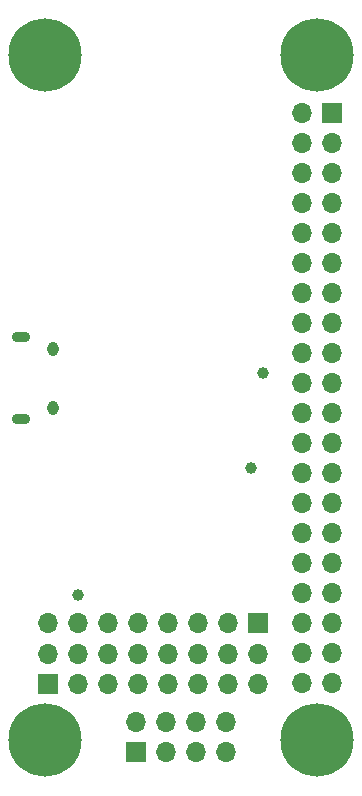
<source format=gbr>
%TF.GenerationSoftware,KiCad,Pcbnew,(6.0.0-0)*%
%TF.CreationDate,2022-10-07T18:10:28-04:00*%
%TF.ProjectId,hermes_v1,6865726d-6573-45f7-9631-2e6b69636164,rev?*%
%TF.SameCoordinates,Original*%
%TF.FileFunction,Soldermask,Bot*%
%TF.FilePolarity,Negative*%
%FSLAX46Y46*%
G04 Gerber Fmt 4.6, Leading zero omitted, Abs format (unit mm)*
G04 Created by KiCad (PCBNEW (6.0.0-0)) date 2022-10-07 18:10:28*
%MOMM*%
%LPD*%
G01*
G04 APERTURE LIST*
%ADD10O,1.550000X0.890000*%
%ADD11O,0.950000X1.250000*%
%ADD12C,6.200000*%
%ADD13R,1.700000X1.700000*%
%ADD14O,1.700000X1.700000*%
%ADD15C,1.000000*%
G04 APERTURE END LIST*
D10*
%TO.C,J2*%
X240950000Y-68925000D03*
X240950000Y-61925000D03*
D11*
X243650000Y-62925000D03*
X243650000Y-67925000D03*
%TD*%
D12*
%TO.C,*%
X243000000Y-38100000D03*
%TD*%
D13*
%TO.C,J3*%
X250700000Y-97100000D03*
D14*
X250700000Y-94560000D03*
X253240000Y-97100000D03*
X253240000Y-94560000D03*
X255780000Y-97100000D03*
X255780000Y-94560000D03*
X258320000Y-97100000D03*
X258320000Y-94560000D03*
%TD*%
D13*
%TO.C,J1*%
X267275000Y-42965000D03*
D14*
X264735000Y-42965000D03*
X267275000Y-45505000D03*
X264735000Y-45505000D03*
X267275000Y-48045000D03*
X264735000Y-48045000D03*
X267275000Y-50585000D03*
X264735000Y-50585000D03*
X267275000Y-53125000D03*
X264735000Y-53125000D03*
X267275000Y-55665000D03*
X264735000Y-55665000D03*
X267275000Y-58205000D03*
X264735000Y-58205000D03*
X267275000Y-60745000D03*
X264735000Y-60745000D03*
X267275000Y-63285000D03*
X264735000Y-63285000D03*
X267275000Y-65825000D03*
X264735000Y-65825000D03*
X267275000Y-68365000D03*
X264735000Y-68365000D03*
X267275000Y-70905000D03*
X264735000Y-70905000D03*
X267275000Y-73445000D03*
X264735000Y-73445000D03*
X267275000Y-75985000D03*
X264735000Y-75985000D03*
X267275000Y-78525000D03*
X264735000Y-78525000D03*
X267275000Y-81065000D03*
X264735000Y-81065000D03*
X267275000Y-83605000D03*
X264735000Y-83605000D03*
X267275000Y-86145000D03*
X264735000Y-86145000D03*
X267275000Y-88685000D03*
X264735000Y-88685000D03*
X267275000Y-91225000D03*
X264735000Y-91225000D03*
%TD*%
D12*
%TO.C,*%
X266000000Y-38100000D03*
%TD*%
%TO.C,*%
X243000000Y-96100000D03*
%TD*%
D13*
%TO.C,J8*%
X261025000Y-86200000D03*
D14*
X258485000Y-86200000D03*
X255945000Y-86200000D03*
X253405000Y-86200000D03*
X250865000Y-86200000D03*
X248325000Y-86200000D03*
X245785000Y-86200000D03*
X243245000Y-86200000D03*
%TD*%
D12*
%TO.C,*%
X266000000Y-96100000D03*
%TD*%
D13*
%TO.C,J9*%
X243225000Y-91300000D03*
D14*
X243225000Y-88760000D03*
X245765000Y-91300000D03*
X245765000Y-88760000D03*
X248305000Y-91300000D03*
X248305000Y-88760000D03*
X250845000Y-91300000D03*
X250845000Y-88760000D03*
X253385000Y-91300000D03*
X253385000Y-88760000D03*
X255925000Y-91300000D03*
X255925000Y-88760000D03*
X258465000Y-91300000D03*
X258465000Y-88760000D03*
X261005000Y-91300000D03*
X261005000Y-88760000D03*
%TD*%
D15*
%TO.C,TP8*%
X261440000Y-64980000D03*
%TD*%
%TO.C,TP7*%
X260430000Y-73010000D03*
%TD*%
%TO.C,TP3*%
X245780000Y-83760000D03*
%TD*%
M02*

</source>
